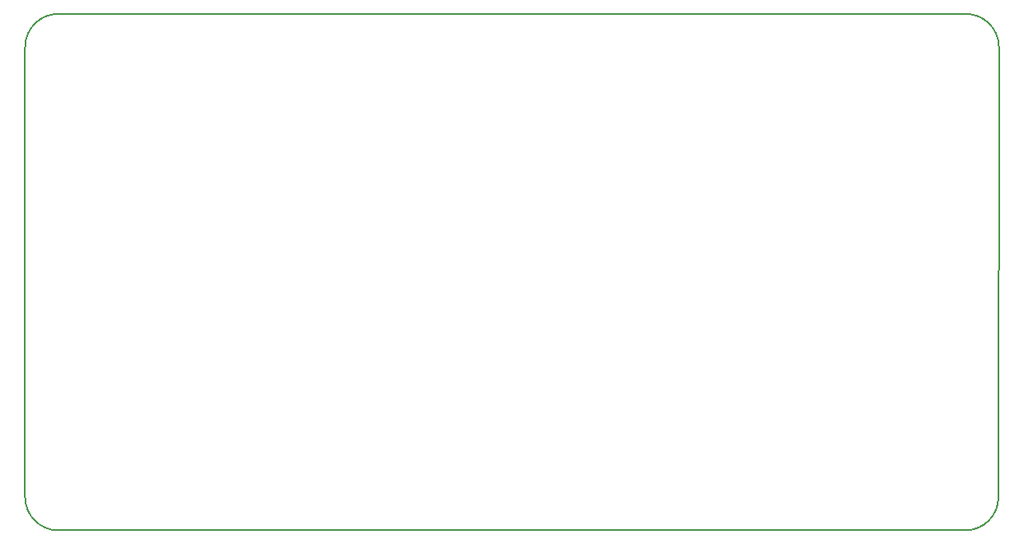
<source format=gbr>
G04 #@! TF.GenerationSoftware,KiCad,Pcbnew,6.0.2+dfsg-1*
G04 #@! TF.CreationDate,2022-08-30T21:03:39+10:00*
G04 #@! TF.ProjectId,AI.ABS.v1.single.ended.preamplifier,41492e41-4253-42e7-9631-2e73696e676c,rev?*
G04 #@! TF.SameCoordinates,Original*
G04 #@! TF.FileFunction,Profile,NP*
%FSLAX45Y45*%
G04 Gerber Fmt 4.5, Leading zero omitted, Abs format (unit mm)*
G04 Created by KiCad (PCBNEW 6.0.2+dfsg-1) date 2022-08-30 21:03:39*
%MOMM*%
%LPD*%
G01*
G04 APERTURE LIST*
G04 #@! TA.AperFunction,Profile*
%ADD10C,0.150000*%
G04 #@! TD*
G04 APERTURE END LIST*
D10*
X18865000Y-15465000D02*
X9550000Y-15465000D01*
X19205000Y-15125000D02*
X19210000Y-10500000D01*
X9210000Y-15125000D02*
X9210000Y-10500000D01*
X18865000Y-15465000D02*
G75*
G03*
X19205000Y-15125000I0J340000D01*
G01*
X9550000Y-10160000D02*
X18870000Y-10160000D01*
X9550000Y-10160000D02*
G75*
G03*
X9210000Y-10500000I0J-340000D01*
G01*
X19210000Y-10500000D02*
G75*
G03*
X18870000Y-10160000I-340000J0D01*
G01*
X9210000Y-15125000D02*
G75*
G03*
X9550000Y-15465000I340000J0D01*
G01*
M02*

</source>
